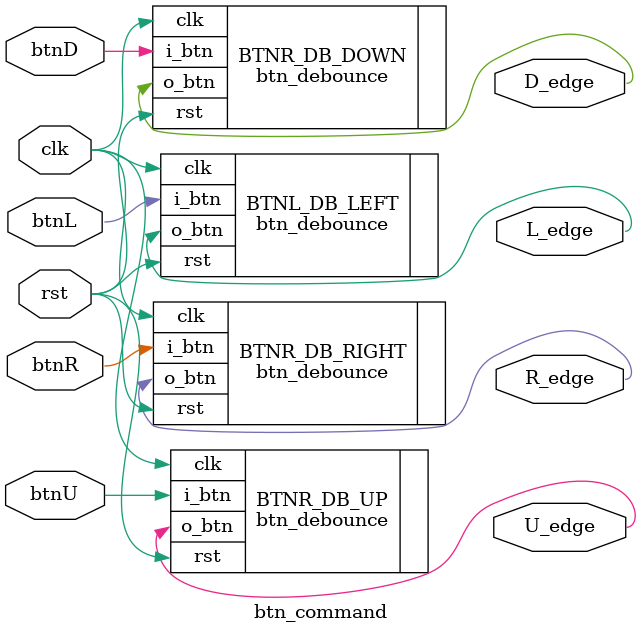
<source format=v>
`timescale 1ns / 1ps

module btn_command(
    input  clk,
    input  rst,
    input  btnL,
    input  btnR,
    input  btnU,
    input  btnD,
    
    output L_edge,
    output R_edge,
    output U_edge,
    output D_edge
);

    btn_debounce BTNL_DB_LEFT(
    .clk(clk),
    .rst(rst),
    .i_btn(btnL),
          
    .o_btn(L_edge)
    );

    btn_debounce BTNR_DB_RIGHT(
    .clk(clk),
    .rst(rst),
    .i_btn(btnR),

    .o_btn(R_edge)
    );

    btn_debounce BTNR_DB_UP(
    .clk(clk),
    .rst(rst),
    .i_btn(btnU),

    .o_btn(U_edge)
    );

    btn_debounce BTNR_DB_DOWN(
    .clk(clk),
    .rst(rst),
    .i_btn(btnD),

    .o_btn(D_edge)
    );

endmodule

</source>
